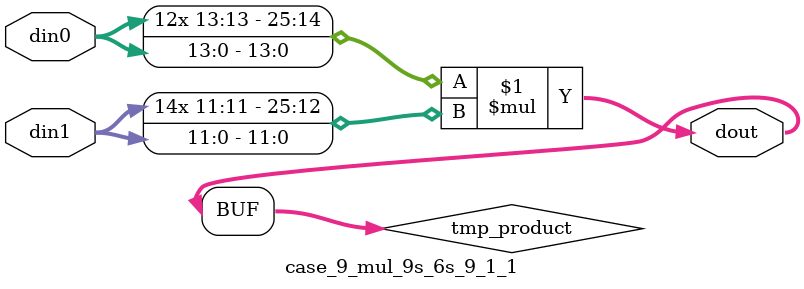
<source format=v>

`timescale 1 ns / 1 ps

 module case_9_mul_9s_6s_9_1_1(din0, din1, dout);
parameter ID = 1;
parameter NUM_STAGE = 0;
parameter din0_WIDTH = 14;
parameter din1_WIDTH = 12;
parameter dout_WIDTH = 26;

input [din0_WIDTH - 1 : 0] din0; 
input [din1_WIDTH - 1 : 0] din1; 
output [dout_WIDTH - 1 : 0] dout;

wire signed [dout_WIDTH - 1 : 0] tmp_product;



























assign tmp_product = $signed(din0) * $signed(din1);








assign dout = tmp_product;





















endmodule

</source>
